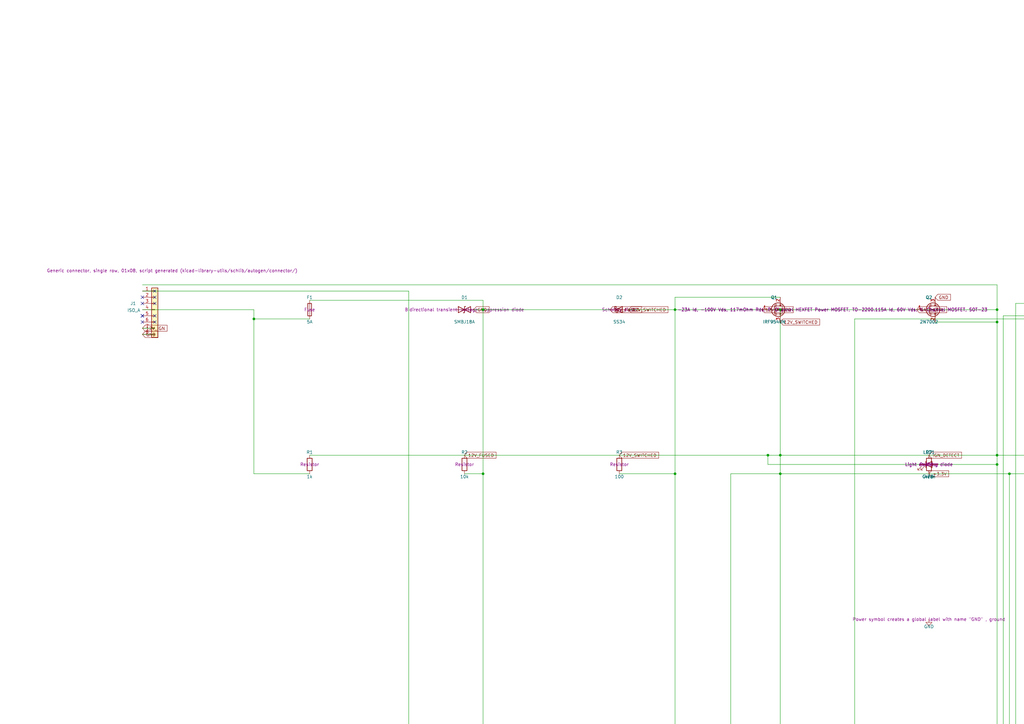
<source format=kicad_sch>
(kicad_sch (version 20250114) (generator "eeschema") (generator_version "9.0")
  (paper "A3")
  (title_block (title "WRX Power & CAN HAT") (date "2026-02-02T00:08:32.410828") (rev "1.0") (company "Auto-generated by Python"))
  (junction (at 276.86 568.96))
  (junction (at 276.86 314.96))
  (junction (at 408.94 694.69))
  (junction (at 320.04 127))
  (junction (at 408.94 186.69))
  (junction (at 568.96 317.5))
  (junction (at 734.06 821.69))
  (junction (at 408.94 132.08))
  (junction (at 477.52 194.31))
  (junction (at 734.06 764.54))
  (junction (at 411.48 693.42))
  (junction (at 487.68 711.2))
  (junction (at 401.32 574.04))
  (junction (at 104.14 130.81))
  (junction (at 408.94 309.88))
  (junction (at 734.06 767.08))
  (junction (at 487.68 523.24))
  (junction (at 421.64 129.54))
  (junction (at 299.72 505.46))
  (junction (at 401.32 575.31))
  (junction (at 408.94 567.69))
  (junction (at 447.04 384.81))
  (junction (at 408.94 127))
  (junction (at 408.94 508))
  (junction (at 571.5 320.04))
  (junction (at 167.64 511.81))
  (junction (at 487.68 377.19))
  (junction (at 408.94 711.2))
  (junction (at 408.94 377.19))
  (junction (at 411.48 515.62))
  (junction (at 355.6 515.62))
  (junction (at 698.5 765.81))
  (junction (at 505.46 675.64))
  (junction (at 236.22 377.19))
  (junction (at 487.68 384.81))
  (junction (at 408.94 317.5))
  (junction (at 487.68 502.92))
  (junction (at 601.98 568.96))
  (junction (at 276.86 194.31))
  (junction (at 566.42 571.5))
  (junction (at 401.32 702.31))
  (junction (at 276.86 702.31))
  (junction (at 408.94 754.38))
  (junction (at 236.22 320.04))
  (junction (at 408.94 716.28))
  (junction (at 378.46 571.5))
  (junction (at 401.32 384.81))
  (junction (at 487.68 702.31))
  (junction (at 401.32 718.82))
  (junction (at 276.86 127))
  (junction (at 487.68 575.31))
  (junction (at 487.68 186.69))
  (junction (at 276.86 320.04))
  (junction (at 408.94 713.74))
  (junction (at 774.7 762))
  (junction (at 299.72 575.31))
  (junction (at 314.96 186.69))
  (junction (at 408.94 698.5))
  (junction (at 320.04 194.31))
  (junction (at 195.58 317.5))
  (junction (at 416.56 520.7))
  (junction (at 411.48 575.31))
  (junction (at 408.94 190.5))
  (junction (at 421.64 124.46))
  (junction (at 198.12 127))
  (junction (at 198.12 194.31))
  (junction (at 477.52 186.69))
  (junction (at 571.5 568.96))
  (junction (at 566.42 384.81))
  (junction (at 487.68 765.81))
  (junction (at 408.94 756.92))
  (junction (at 421.64 518.16))
  (junction (at 487.68 721.36))
  (junction (at 408.94 513.08))
  (junction (at 320.04 508))
  (junction (at 355.6 511.81))
  (junction (at 414.02 194.31))
  (junction (at 474.98 317.5))
  (junction (at 320.04 186.69))
  (junction (at 401.32 721.36))
  (junction (at 734.06 758.19))
  (junction (at 421.64 525.78))
  (junction (at 421.64 695.96))
  (junction (at 401.32 568.96))
  (junction (at 487.68 194.31))
  (junction (at 487.68 504.19))
  (junction (at 195.58 314.96))
  (no_connect (at 58.42 129.54))
  (no_connect (at 13.97 617.22))
  (no_connect (at 63.5 121.92))
  (no_connect (at 63.5 119.38))
  (no_connect (at 63.5 132.08))
  (no_connect (at 63.5 129.54))
  (no_connect (at 63.5 124.46))
  (wire (pts (xy 734.06 821.69) (xy 734.06 767.08)))
  (wire (pts (xy 195.58 317.5) (xy 250.19 317.5)))
  (wire (pts (xy 439.42 515.62) (xy 411.48 515.62)))
  (wire (pts (xy 198.12 123.19) (xy 198.12 127)))
  (wire (pts (xy 408.94 698.5) (xy 408.94 694.69)))
  (wire (pts (xy 299.72 194.31) (xy 299.72 505.46)))
  (wire (pts (xy 571.5 706.12) (xy 571.5 568.96)))
  (wire (pts (xy 254 497.84) (xy 350.52 497.84)))
  (wire (pts (xy 421.64 129.54) (xy 411.48 129.54)))
  (wire (pts (xy 408.94 754.38) (xy 408.94 716.28)))
  (wire (pts (xy 408.94 309.88) (xy 408.94 317.5)))
  (wire (pts (xy 408.94 713.74) (xy 408.94 711.2)))
  (wire (pts (xy 734.06 377.19) (xy 734.06 758.19)))
  (wire (pts (xy 375.92 721.36) (xy 401.32 721.36)))
  (wire (pts (xy 421.64 695.96) (xy 447.04 695.96)))
  (wire (pts (xy 762 758.19) (xy 734.06 758.19)))
  (wire (pts (xy 320.04 194.31) (xy 414.02 194.31)))
  (wire (pts (xy 421.64 129.54) (xy 421.64 518.16)))
  (wire (pts (xy 487.68 702.31) (xy 401.32 702.31)))
  (wire (pts (xy 411.48 693.42) (xy 416.56 693.42)))
  (wire (pts (xy 254 377.19) (xy 236.22 377.19)))
  (wire (pts (xy 571.5 384.81) (xy 571.5 568.96)))
  (wire (pts (xy 381 504.19) (xy 487.68 504.19)))
  (wire (pts (xy 421.64 124.46) (xy 421.64 129.54)))
  (wire (pts (xy 408.94 127) (xy 408.94 132.08)))
  (wire (pts (xy 276.86 314.96) (xy 276.86 320.04)))
  (wire (pts (xy 195.58 321.31) (xy 195.58 317.5)))
  (wire (pts (xy 401.32 568.96) (xy 276.86 568.96)))
  (wire (pts (xy 314.96 186.69) (xy 314.96 190.5)))
  (wire (pts (xy 127 690.88) (xy 167.64 690.88)))
  (wire (pts (xy 299.72 505.46) (xy 325.12 505.46)))
  (wire (pts (xy 190.5 313.69) (xy 401.32 313.69)))
  (wire (pts (xy 820.42 764.54) (xy 734.06 764.54)))
  (wire (pts (xy 487.68 384.81) (xy 487.68 502.92)))
  (wire (pts (xy 734.06 767.08) (xy 734.06 764.54)))
  (wire (pts (xy 408.94 756.92) (xy 408.94 754.38)))
  (wire (pts (xy 388.62 716.28) (xy 408.94 716.28)))
  (wire (pts (xy 414.02 194.31) (xy 477.52 194.31)))
  (wire (pts (xy 408.94 377.19) (xy 408.94 508)))
  (wire (pts (xy 401.32 575.31) (xy 411.48 575.31)))
  (wire (pts (xy 820.42 762) (xy 774.7 762)))
  (wire (pts (xy 377.19 190.5) (xy 314.96 190.5)))
  (wire (pts (xy 401.32 575.31) (xy 401.32 574.04)))
  (wire (pts (xy 350.52 130.81) (xy 350.52 497.84)))
  (wire (pts (xy 820.42 756.92) (xy 408.94 756.92)))
  (wire (pts (xy 236.22 320.04) (xy 276.86 320.04)))
  (wire (pts (xy 601.98 568.96) (xy 571.5 568.96)))
  (wire (pts (xy 408.94 132.08) (xy 408.94 186.69)))
  (wire (pts (xy 276.86 127) (xy 276.86 194.31)))
  (wire (pts (xy 198.12 127) (xy 198.12 194.31)))
  (wire (pts (xy 355.6 515.62) (xy 411.48 515.62)))
  (wire (pts (xy 566.42 508) (xy 505.46 508)))
  (wire (pts (xy 254 515.62) (xy 355.6 515.62)))
  (wire (pts (xy 236.22 384.81) (xy 401.32 384.81)))
  (wire (pts (xy 276.86 702.31) (xy 299.72 702.31)))
  (wire (pts (xy 698.5 384.81) (xy 698.5 694.69)))
  (wire (pts (xy 355.6 511.81) (xy 355.6 515.62)))
  (wire (pts (xy 566.42 711.2) (xy 487.68 711.2)))
  (wire (pts (xy 104.14 127) (xy 104.14 130.81)))
  (wire (pts (xy 276.86 121.92) (xy 276.86 127)))
  (wire (pts (xy 58.42 134.62) (xy 63.5 134.62)))
  (wire (pts (xy 698.5 702.31) (xy 698.5 758.19)))
  (wire (pts (xy 439.42 523.24) (xy 487.68 523.24)))
  (wire (pts (xy 408.94 513.08) (xy 408.94 508)))
  (wire (pts (xy 190.5 694.69) (xy 408.94 694.69)))
  (wire (pts (xy 355.6 510.54) (xy 355.6 511.81)))
  (wire (pts (xy 574.04 502.92) (xy 601.98 502.92)))
  (wire (pts (xy 58.42 116.84) (xy 408.94 116.84)))
  (wire (pts (xy 575.31 317.5) (xy 568.96 317.5)))
  (wire (pts (xy 401.32 574.04) (xy 401.32 568.96)))
  (wire (pts (xy 571.5 320.04) (xy 566.42 320.04)))
  (wire (pts (xy 421.64 525.78) (xy 421.64 518.16)))
  (wire (pts (xy 378.46 571.5) (xy 378.46 765.81)))
  (wire (pts (xy 401.32 568.96) (xy 571.5 568.96)))
  (wire (pts (xy 320.04 194.31) (xy 320.04 508)))
  (wire (pts (xy 411.48 515.62) (xy 411.48 575.31)))
  (wire (pts (xy 375.92 695.96) (xy 421.64 695.96)))
  (wire (pts (xy 375.92 711.2) (xy 408.94 711.2)))
  (wire (pts (xy 571.5 567.69) (xy 568.96 567.69)))
  (wire (pts (xy 381 511.81) (xy 355.6 511.81)))
  (wire (pts (xy 254 194.31) (xy 276.86 194.31)))
  (wire (pts (xy 734.06 821.69) (xy 774.7 821.69)))
  (wire (pts (xy 487.68 765.81) (xy 698.5 765.81)))
  (wire (pts (xy 571.5 575.31) (xy 487.68 575.31)))
  (wire (pts (xy 505.46 829.31) (xy 505.46 675.64)))
  (wire (pts (xy 408.94 716.28) (xy 408.94 713.74)))
  (wire (pts (xy 195.58 314.96) (xy 195.58 317.5)))
  (wire (pts (xy 566.42 706.12) (xy 571.5 706.12)))
  (wire (pts (xy 566.42 384.81) (xy 566.42 571.5)))
  (wire (pts (xy 487.68 194.31) (xy 487.68 377.19)))
  (wire (pts (xy 375.92 675.64) (xy 505.46 675.64)))
  (wire (pts (xy 421.64 124.46) (xy 452.12 124.46)))
  (wire (pts (xy 444.5 384.81) (xy 447.04 384.81)))
  (wire (pts (xy 243.84 505.46) (xy 299.72 505.46)))
  (wire (pts (xy 320.04 186.69) (xy 408.94 186.69)))
  (wire (pts (xy 487.68 377.19) (xy 487.68 384.81)))
  (wire (pts (xy 820.42 754.38) (xy 408.94 754.38)))
  (wire (pts (xy 487.68 702.31) (xy 487.68 575.31)))
  (wire (pts (xy 408.94 513.08) (xy 574.04 513.08)))
  (wire (pts (xy 487.68 502.92) (xy 487.68 504.19)))
  (wire (pts (xy 635 377.19) (xy 734.06 377.19)))
  (wire (pts (xy 408.94 698.5) (xy 421.64 698.5)))
  (wire (pts (xy 568.96 317.5) (xy 568.96 567.69)))
  (wire (pts (xy 190.5 321.31) (xy 195.58 321.31)))
  (wire (pts (xy 320.04 194.31) (xy 299.72 194.31)))
  (wire (pts (xy 447.04 384.81) (xy 447.04 695.96)))
  (wire (pts (xy 566.42 320.04) (xy 566.42 384.81)))
  (wire (pts (xy 439.42 518.16) (xy 421.64 518.16)))
  (wire (pts (xy 320.04 508) (xy 408.94 508)))
  (wire (pts (xy 408.94 186.69) (xy 408.94 190.5)))
  (wire (pts (xy 508 377.19) (xy 487.68 377.19)))
  (wire (pts (xy 487.68 702.31) (xy 698.5 702.31)))
  (wire (pts (xy 401.32 702.31) (xy 401.32 575.31)))
  (wire (pts (xy 487.68 523.24) (xy 487.68 575.31)))
  (wire (pts (xy 317.5 377.19) (xy 408.94 377.19)))
  (wire (pts (xy 487.68 721.36) (xy 487.68 711.2)))
  (wire (pts (xy 127 575.31) (xy 198.12 575.31)))
  (wire (pts (xy 190.5 702.31) (xy 276.86 702.31)))
  (wire (pts (xy 571.5 384.81) (xy 566.42 384.81)))
  (wire (pts (xy 601.98 568.96) (xy 693.42 568.96)))
  (wire (pts (xy 119.38 698.5) (xy 408.94 698.5)))
  (wire (pts (xy 487.68 186.69) (xy 635 186.69)))
  (wire (pts (xy 236.22 384.81) (xy 236.22 377.19)))
  (wire (pts (xy 320.04 127) (xy 408.94 127)))
  (wire (pts (xy 762 765.81) (xy 698.5 765.81)))
  (wire (pts (xy 421.64 695.96) (xy 421.64 525.78)))
  (wire (pts (xy 195.58 314.96) (xy 276.86 314.96)))
  (wire (pts (xy 474.98 317.5) (xy 408.94 317.5)))
  (wire (pts (xy 408.94 116.84) (xy 408.94 127)))
  (wire (pts (xy 820.42 767.08) (xy 734.06 767.08)))
  (wire (pts (xy 167.64 690.88) (xy 167.64 511.81)))
  (wire (pts (xy 444.5 377.19) (xy 408.94 377.19)))
  (wire (pts (xy 474.98 317.5) (xy 504.19 317.5)))
  (wire (pts (xy 194.31 571.5) (xy 378.46 571.5)))
  (wire (pts (xy 401.32 721.36) (xy 487.68 721.36)))
  (wire (pts (xy 487.68 575.31) (xy 411.48 575.31)))
  (wire (pts (xy 401.32 721.36) (xy 401.32 718.82)))
  (wire (pts (xy 635 821.69) (xy 734.06 821.69)))
  (wire (pts (xy 299.72 702.31) (xy 299.72 575.31)))
  (wire (pts (xy 477.52 186.69) (xy 487.68 186.69)))
  (wire (pts (xy 127 130.81) (xy 104.14 130.81)))
  (wire (pts (xy 411.48 129.54) (xy 411.48 515.62)))
  (wire (pts (xy 474.98 123.19) (xy 474.98 317.5)))
  (wire (pts (xy 388.62 708.66) (xy 325.12 708.66)))
  (wire (pts (xy 408.94 317.5) (xy 408.94 377.19)))
  (wire (pts (xy 320.04 127) (xy 320.04 186.69)))
  (wire (pts (xy 317.5 511.81) (xy 167.64 511.81)))
  (wire (pts (xy 487.68 711.2) (xy 487.68 702.31)))
  (wire (pts (xy 114.3 320.04) (xy 236.22 320.04)))
  (wire (pts (xy 444.5 123.19) (xy 474.98 123.19)))
  (wire (pts (xy 276.86 702.31) (xy 276.86 568.96)))
  (wire (pts (xy 566.42 703.58) (xy 566.42 571.5)))
  (wire (pts (xy 276.86 127) (xy 320.04 127)))
  (wire (pts (xy 416.56 693.42) (xy 416.56 520.7)))
  (wire (pts (xy 421.64 698.5) (xy 421.64 695.96)))
  (wire (pts (xy 820.42 759.46) (xy 774.7 759.46)))
  (wire (pts (xy 299.72 575.31) (xy 299.72 505.46)))
  (wire (pts (xy 629.92 571.5) (xy 693.42 571.5)))
  (wire (pts (xy 257.81 127) (xy 276.86 127)))
  (wire (pts (xy 276.86 194.31) (xy 276.86 314.96)))
  (wire (pts (xy 477.52 186.69) (xy 477.52 194.31)))
  (wire (pts (xy 384.81 190.5) (xy 408.94 190.5)))
  (wire (pts (xy 487.68 504.19) (xy 487.68 523.24)))
  (wire (pts (xy 320.04 186.69) (xy 320.04 194.31)))
  (wire (pts (xy 190.5 194.31) (xy 198.12 194.31)))
  (wire (pts (xy 487.68 765.81) (xy 487.68 721.36)))
  (wire (pts (xy 693.42 574.04) (xy 401.32 574.04)))
  (wire (pts (xy 257.81 317.5) (xy 408.94 317.5)))
  (wire (pts (xy 314.96 186.69) (xy 320.04 186.69)))
  (wire (pts (xy 408.94 694.69) (xy 698.5 694.69)))
  (wire (pts (xy 58.42 137.16) (xy 63.5 137.16)))
  (wire (pts (xy 447.04 384.81) (xy 487.68 384.81)))
  (wire (pts (xy 236.22 320.04) (xy 236.22 377.19)))
  (wire (pts (xy 566.42 713.74) (xy 408.94 713.74)))
  (wire (pts (xy 487.68 194.31) (xy 635 194.31)))
  (wire (pts (xy 421.64 124.46) (xy 416.56 124.46)))
  (wire (pts (xy 198.12 127) (xy 250.19 127)))
  (wire (pts (xy 487.68 765.81) (xy 378.46 765.81)))
  (wire (pts (xy 325.12 505.46) (xy 325.12 708.66)))
  (wire (pts (xy 299.72 575.31) (xy 401.32 575.31)))
  (wire (pts (xy 320.04 121.92) (xy 276.86 121.92)))
  (wire (pts (xy 408.94 190.5) (xy 408.94 309.88)))
  (wire (pts (xy 114.3 314.96) (xy 195.58 314.96)))
  (wire (pts (xy 104.14 130.81) (xy 104.14 194.31)))
  (wire (pts (xy 408.94 567.69) (xy 408.94 513.08)))
  (wire (pts (xy 127 186.69) (xy 314.96 186.69)))
  (wire (pts (xy 194.31 127) (xy 198.12 127)))
  (wire (pts (xy 127 194.31) (xy 104.14 194.31)))
  (wire (pts (xy 401.32 384.81) (xy 401.32 568.96)))
  (wire (pts (xy 58.42 119.38) (xy 167.64 119.38)))
  (wire (pts (xy 408.94 758.19) (xy 408.94 756.92)))
  (wire (pts (xy 408.94 758.19) (xy 698.5 758.19)))
  (wire (pts (xy 411.48 693.42) (xy 411.48 575.31)))
  (wire (pts (xy 571.5 320.04) (xy 571.5 377.19)))
  (wire (pts (xy 408.94 694.69) (xy 408.94 567.69)))
  (wire (pts (xy 408.94 711.2) (xy 408.94 698.5)))
  (wire (pts (xy 127 309.88) (xy 408.94 309.88)))
  (wire (pts (xy 601.98 502.92) (xy 601.98 568.96)))
  (wire (pts (xy 383.54 132.08) (xy 408.94 132.08)))
  (wire (pts (xy 243.84 510.54) (xy 355.6 510.54)))
  (wire (pts (xy 414.02 194.31) (xy 414.02 571.5)))
  (wire (pts (xy 254 575.31) (xy 299.72 575.31)))
  (wire (pts (xy 243.84 508) (xy 320.04 508)))
  (wire (pts (xy 508 384.81) (xy 487.68 384.81)))
  (wire (pts (xy 375.92 693.42) (xy 411.48 693.42)))
  (wire (pts (xy 635 384.81) (xy 698.5 384.81)))
  (wire (pts (xy 505.46 508) (xy 505.46 675.64)))
  (wire (pts (xy 416.56 124.46) (xy 416.56 520.7)))
  (wire (pts (xy 388.62 718.82) (xy 401.32 718.82)))
  (wire (pts (xy 243.84 502.92) (xy 487.68 502.92)))
  (wire (pts (xy 378.46 571.5) (xy 414.02 571.5)))
  (wire (pts (xy 439.42 520.7) (xy 416.56 520.7)))
  (wire (pts (xy 487.68 186.69) (xy 487.68 194.31)))
  (wire (pts (xy 571.5 320.04) (xy 642.62 320.04)))
  (wire (pts (xy 487.68 194.31) (xy 477.52 194.31)))
  (wire (pts (xy 408.94 186.69) (xy 477.52 186.69)))
  (wire (pts (xy 127 123.19) (xy 198.12 123.19)))
  (wire (pts (xy 774.7 762) (xy 774.7 821.69)))
  (wire (pts (xy 502.92 571.5) (xy 566.42 571.5)))
  (wire (pts (xy 58.42 127) (xy 104.14 127)))
  (wire (pts (xy 511.81 317.5) (xy 568.96 317.5)))
  (wire (pts (xy 401.32 718.82) (xy 401.32 702.31)))
  (wire (pts (xy 401.32 313.69) (xy 401.32 384.81)))
  (wire (pts (xy 198.12 194.31) (xy 198.12 575.31)))
  (wire (pts (xy 734.06 764.54) (xy 734.06 758.19)))
  (wire (pts (xy 444.5 130.81) (xy 350.52 130.81)))
  (wire (pts (xy 276.86 320.04) (xy 276.86 568.96)))
  (wire (pts (xy 774.7 759.46) (xy 774.7 762)))
  (wire (pts (xy 167.64 119.38) (xy 167.64 511.81)))
  (wire (pts (xy 571.5 829.31) (xy 505.46 829.31)))
  (wire (pts (xy 421.64 129.54) (xy 452.12 129.54)))
  (wire (pts (xy 127 567.69) (xy 408.94 567.69)))
  (wire (pts (xy 439.42 525.78) (xy 421.64 525.78)))
  (symbol (lib_id "Device:C") (at 635 190.5 0) (unit 1)
    (property "Reference" "C10" (at 635 185.5 0))
    (property "Value" "10uF" (at 635 195.5 0))
    (property "Description" "Unpolarized capacitor" (at 635 190.5 0))
  )
  (symbol (lib_id "Device:R") (at 254 381 0) (unit 1)
    (property "Reference" "R4" (at 254 376 0))
    (property "Value" "1.5k" (at 254 386 0))
    (property "Description" "Resistor" (at 254 381 0))
  )
  (symbol (lib_id "Device:R") (at 317.5 381 0) (unit 1)
    (property "Reference" "R5" (at 317.5 376 0))
    (property "Value" "1k" (at 317.5 386 0))
    (property "Description" "Resistor" (at 317.5 381 0))
  )
  (symbol (lib_id "Device:Crystal") (at 190.5 571.5 0) (unit 1)
    (property "Reference" "Y1" (at 190.5 566.5 0))
    (property "Value" "8MHz" (at 190.5 576.5 0))
    (property "Description" "Two pin crystal" (at 190.5 571.5 0))
  )
  (symbol (lib_id "Device:C") (at 698.5 762 0) (unit 1)
    (property "Reference" "C14" (at 698.5 757 0))
    (property "Value" "2.2uF" (at 698.5 767 0))
    (property "Description" "Unpolarized capacitor" (at 698.5 762 0))
  )
  (symbol (lib_id "Connector_Generic:Conn_01x16") (at 444.5 508 0) (unit 1)
    (property "Reference" "J3" (at 444.5 503 0))
    (property "Value" "OBD-II" (at 444.5 513 0))
    (property "Description" "Generic connector, single row, 01x16, script generated (kicad-library-utils/schlib/autogen/connector/)" (at 444.5 508 0))
  )
  (symbol (lib_id "Connector_Generic:Conn_01x02") (at 635 571.5 0) (unit 1)
    (property "Reference" "J6" (at 635 566.5 0))
    (property "Value" "FAN" (at 635 576.5 0))
    (property "Description" "Generic connector, single row, 01x02, script generated (kicad-library-utils/schlib/autogen/connector/)" (at 635 571.5 0))
  )
  (symbol (lib_id "Device:R") (at 635 381 0) (unit 1)
    (property "Reference" "R16" (at 635 376 0))
    (property "Value" "470" (at 635 386 0))
    (property "Description" "Resistor" (at 635 381 0))
  )
  (symbol (lib_id "Device:R") (at 381 508 0) (unit 1)
    (property "Reference" "R8" (at 381 503 0))
    (property "Value" "120" (at 381 513 0))
    (property "Description" "Resistor" (at 381 508 0))
  )
  (symbol (lib_id "Device:C") (at 635 698.5 0) (unit 1)
    (property "Reference" "C11" (at 635 693.5 0))
    (property "Value" "1uF" (at 635 703.5 0))
    (property "Description" "Unpolarized capacitor" (at 635 698.5 0))
  )
  (symbol (lib_id "Connector:Screw_Terminal_01x02") (at 444.5 571.5 0) (unit 1)
    (property "Reference" "J4" (at 444.5 566.5 0))
    (property "Value" "CAN_Term" (at 444.5 576.5 0))
    (property "Description" "Generic screw terminal, single row, 01x02, script generated (kicad-library-utils/schlib/autogen/connector/)" (at 444.5 571.5 0))
  )
  (symbol (lib_id "Device:D_Schottky") (at 254 127 0) (unit 1)
    (property "Reference" "D2" (at 254 122 0))
    (property "Value" "SS34" (at 254 132 0))
    (property "Description" "Schottky diode" (at 254 127 0))
  )
  (symbol (lib_id "Device:C") (at 571.5 190.5 0) (unit 1)
    (property "Reference" "C8" (at 571.5 185.5 0))
    (property "Value" "100nF" (at 571.5 195.5 0))
    (property "Description" "Unpolarized capacitor" (at 571.5 190.5 0))
  )
  (symbol (lib_id "Device:C") (at 381 571.5 0) (unit 1)
    (property "Reference" "C6" (at 381 566.5 0))
    (property "Value" "22pF" (at 381 576.5 0))
    (property "Description" "Unpolarized capacitor" (at 381 571.5 0))
  )
  (symbol (lib_id "Device:C") (at 635 762 0) (unit 1)
    (property "Reference" "C12" (at 635 757 0))
    (property "Value" "2.2uF" (at 635 767 0))
    (property "Description" "Unpolarized capacitor" (at 635 762 0))
  )
  (symbol (lib_id "Device:L") (at 190.5 317.5 0) (unit 1)
    (property "Reference" "L1" (at 190.5 312.5 0))
    (property "Value" "33uH" (at 190.5 322.5 0))
    (property "Description" "Inductor" (at 190.5 317.5 0))
  )
  (symbol (lib_id "Connector_Generic:Conn_01x08") (at 63.5 127 0) (unit 1)
    (property "Reference" "J1" (at 54.61 124.46 0))
    (property "Value" "ISO_A" (at 54.864 127.254 0))
    (property "Description" "Generic connector, single row, 01x08, script generated (kicad-library-utils/schlib/autogen/connector/)" (at 70.612 110.998 0))
  )
  (symbol (lib_id "Regulator_Linear:AMS1117-3.3") (at 127 698.5 0) (unit 1)
    (property "Reference" "U2" (at 127 693.5 0))
    (property "Value" "AMS1117-3.3" (at 127 703.5 0))
    (property "Footprint" "Package_TO_SOT_SMD:SOT-223-3_TabPin2" (effects (hide yes)))
    (property "Datasheet" "http://www.advanced-monolithic.com/pdf/ds1117.pdf" (effects (hide yes)))
    (property "Description" "1A Low Dropout regulator, positive, 3.3V fixed output, SOT-223" (at 127 698.5 0))
  )
  (symbol (lib_id "Connector_Generic:Conn_02x20_Odd_Even") (at 381 698.5 0) (unit 1)
    (property "Reference" "J2" (at 381 693.5 0))
    (property "Value" "Pi_GPIO" (at 381 703.5 0))
    (property "Description" "Generic connector, double row, 02x20, odd/even pin numbering scheme (row 1 odd numbers, row 2 even numbers), script generated (kicad-library-utils/schlib/autogen/connector/)" (at 381 698.5 0))
  )
  (symbol (lib_id "Device:C") (at 254 698.5 0) (unit 1)
    (property "Reference" "C4" (at 254 693.5 0))
    (property "Value" "10uF" (at 254 703.5 0))
    (property "Description" "Unpolarized capacitor" (at 254 698.5 0))
  )
  (symbol (lib_id "Device:R") (at 571.5 825.5 0) (unit 1)
    (property "Reference" "R15" (at 571.5 820.5 0))
    (property "Value" "1k" (at 571.5 830.5 0))
    (property "Description" "Resistor" (at 571.5 825.5 0))
  )
  (symbol (lib_id "Device:C") (at 444.5 381 0) (unit 1)
    (property "Reference" "C7" (at 444.5 376 0))
    (property "Value" "100nF" (at 444.5 386 0))
    (property "Description" "Unpolarized capacitor" (at 444.5 381 0))
  )
  (symbol (lib_id "Device:R") (at 698.5 825.5 0) (unit 1)
    (property "Reference" "R18" (at 698.5 820.5 0))
    (property "Value" "1k" (at 698.5 830.5 0))
    (property "Description" "Resistor" (at 698.5 825.5 0))
  )
  (symbol (lib_id "Device:R") (at 571.5 571.5 0) (unit 1)
    (property "Reference" "R14" (at 571.5 566.5 0))
    (property "Value" "1k" (at 571.5 576.5 0))
    (property "Description" "Resistor" (at 571.5 571.5 0))
  )
  (symbol (lib_id "Connector_Generic:Conn_01x03") (at 698.5 571.5 0) (unit 1)
    (property "Reference" "JP2" (at 698.5 566.5 0))
    (property "Value" "5V/12V" (at 698.5 576.5 0))
    (property "Description" "Generic connector, single row, 01x03, script generated (kicad-library-utils/schlib/autogen/connector/)" (at 698.5 571.5 0))
  )
  (symbol (lib_id "Isolator:LTV-817S") (at 444.5 127 0) (unit 1)
    (property "Reference" "U4" (at 444.5 122 0))
    (property "Value" "LTV-817S" (at 444.5 132 0))
    (property "Footprint" "Package_DIP:SMDIP-4_W9.53mm" (effects (hide yes)))
    (property "Datasheet" "http://www.us.liteon.com/downloads/LTV-817-827-847.PDF" (effects (hide yes)))
    (property "Description" "DC Optocoupler, Vce 35V, CTR 50%, SMDIP-4" (at 444.5 127 0))
  )
  (symbol (lib_id "Device:R") (at 317.5 508 0) (unit 1)
    (property "Reference" "R6" (at 317.5 503 0))
    (property "Value" "10k" (at 317.5 513 0))
    (property "Description" "Resistor" (at 317.5 508 0))
  )
  (symbol (lib_id "Device:R") (at 508 190.5 0) (unit 1)
    (property "Reference" "R11" (at 508 185.5 0))
    (property "Value" "10k" (at 508 195.5 0))
    (property "Description" "Resistor" (at 508 190.5 0))
  )
  (symbol (lib_id "Connector_Generic:Conn_01x02") (at 508 571.5 0) (unit 1)
    (property "Reference" "JP1" (at 508 566.5 0))
    (property "Value" "Jumper" (at 508 576.5 0))
    (property "Description" "Generic connector, single row, 01x02, script generated (kicad-library-utils/schlib/autogen/connector/)" (at 508 571.5 0))
  )
  (symbol (lib_id "Device:R") (at 571.5 381 0) (unit 1)
    (property "Reference" "R13" (at 571.5 376 0))
    (property "Value" "470" (at 571.5 386 0))
    (property "Description" "Resistor" (at 571.5 381 0))
  )
  (symbol (lib_id "Device:C") (at 190.5 698.5 0) (unit 1)
    (property "Reference" "C2" (at 190.5 693.5 0))
    (property "Value" "10uF" (at 190.5 703.5 0))
    (property "Description" "Unpolarized capacitor" (at 190.5 698.5 0))
  )
  (symbol (lib_id "Device:R") (at 635 825.5 0) (unit 1)
    (property "Reference" "R17" (at 635 820.5 0))
    (property "Value" "1k" (at 635 830.5 0))
    (property "Description" "Resistor" (at 635 825.5 0))
  )
  (symbol (lib_id "Device:R") (at 444.5 127 0) (unit 1)
    (property "Reference" "R9" (at 444.5 122 0))
    (property "Value" "10k" (at 444.5 132 0))
    (property "Description" "Resistor" (at 444.5 127 0))
  )
  (symbol (lib_id "Device:D_Schottky") (at 254 317.5 0) (unit 1)
    (property "Reference" "D3" (at 254 312.5 0))
    (property "Value" "SS54" (at 254 322.5 0))
    (property "Description" "Schottky diode" (at 254 317.5 0))
  )
  (symbol (lib_id "Regulator_Switching:LM2596S-5") (at 127 317.5 0) (unit 1)
    (property "Reference" "U1" (at 127 312.5 0))
    (property "Value" "LM2596S-5.0" (at 127 322.5 0))
    (property "Footprint" "Package_TO_SOT_SMD:TO-263-5_TabPin3" (effects (hide yes)))
    (property "Datasheet" "http://www.ti.com/lit/ds/symlink/lm2596.pdf" (effects (hide yes)))
    (property "Description" "5V 3A Step-Down Voltage Regulator, TO-263" (at 127 317.5 0))
  )
  (symbol (lib_id "Device:R") (at 508 381 0) (unit 1)
    (property "Reference" "R12" (at 508 376 0))
    (property "Value" "10k" (at 508 386 0))
    (property "Description" "Resistor" (at 508 381 0))
  )
  (symbol (lib_id "Connector_Generic:Conn_01x06") (at 825.5 762 0) (unit 1)
    (property "Reference" "J7" (at 825.5 757 0))
    (property "Value" "Audio" (at 825.5 767 0))
    (property "Description" "Generic connector, single row, 01x06, script generated (kicad-library-utils/schlib/autogen/connector/)" (at 825.5 762 0))
  )
  (symbol (lib_id "Device:C") (at 571.5 762 0) (unit 1)
    (property "Reference" "C9" (at 571.5 757 0))
    (property "Value" "2.2uF" (at 571.5 767 0))
    (property "Description" "Unpolarized capacitor" (at 571.5 762 0))
  )
  (symbol (lib_id "Connector_Generic:Conn_01x16") (at 571.5 698.5 0) (unit 1)
    (property "Reference" "U5" (at 571.5 693.5 0))
    (property "Value" "PCM5142" (at 571.5 703.5 0))
    (property "Description" "Generic connector, single row, 01x16, script generated (kicad-library-utils/schlib/autogen/connector/)" (at 571.5 698.5 0))
  )
  (symbol (lib_id "Transistor_FET:2N7002") (at 381 127 0) (unit 1)
    (property "Reference" "Q2" (at 381 122 0))
    (property "Value" "2N7002" (at 381 132 0))
    (property "Footprint" "Package_TO_SOT_SMD:SOT-23" (effects (hide yes)))
    (property "Datasheet" "https://www.onsemi.com/pub/Collateral/NDS7002A-D.PDF" (effects (hide yes)))
    (property "Description" "0.115A Id, 60V Vds, N-Channel MOSFET, SOT-23" (at 381 127 0))
  )
  (symbol (lib_id "Device:LED") (at 571.5 317.5 0) (unit 1)
    (property "Reference" "LED3" (at 571.5 312.5 0))
    (property "Value" "Yellow" (at 571.5 322.5 0))
    (property "Description" "Light emitting diode" (at 571.5 317.5 0))
    (property "Sim.Pins" "1=K 2=A" (effects (hide yes)))
  )
  (symbol (lib_id "Device:C") (at 254 571.5 0) (unit 1)
    (property "Reference" "C3" (at 254 566.5 0))
    (property "Value" "100nF" (at 254 576.5 0))
    (property "Description" "Unpolarized capacitor" (at 254 571.5 0))
  )
  (symbol (lib_id "Device:R") (at 444.5 190.5 0) (unit 1)
    (property "Reference" "R10" (at 444.5 185.5 0))
    (property "Value" "1k" (at 444.5 195.5 0))
    (property "Description" "Resistor" (at 444.5 190.5 0))
  )
  (symbol (lib_id "Device:R") (at 190.5 190.5 0) (unit 1)
    (property "Reference" "R2" (at 190.5 185.5 0))
    (property "Value" "10k" (at 190.5 195.5 0))
    (property "Description" "Resistor" (at 190.5 190.5 0))
  )
  (symbol (lib_id "Device:LED") (at 508 317.5 0) (unit 1)
    (property "Reference" "LED2" (at 508 312.5 0))
    (property "Value" "Red" (at 508 322.5 0))
    (property "Description" "Light emitting diode" (at 508 317.5 0))
    (property "Sim.Pins" "1=K 2=A" (effects (hide yes)))
  )
  (symbol (lib_id "Transistor_FET:2N7002") (at 571.5 508 0) (unit 1)
    (property "Reference" "Q3" (at 571.5 503 0))
    (property "Value" "2N7002" (at 571.5 513 0))
    (property "Footprint" "Package_TO_SOT_SMD:SOT-23" (effects (hide yes)))
    (property "Datasheet" "https://www.onsemi.com/pub/Collateral/NDS7002A-D.PDF" (effects (hide yes)))
    (property "Description" "0.115A Id, 60V Vds, N-Channel MOSFET, SOT-23" (at 571.5 508 0))
  )
  (symbol (lib_id "Device:LED") (at 381 190.5 0) (unit 1)
    (property "Reference" "LED1" (at 381 185.5 0))
    (property "Value" "Green" (at 381 195.5 0))
    (property "Description" "Light emitting diode" (at 381 190.5 0))
    (property "Sim.Pins" "1=K 2=A" (effects (hide yes)))
  )
  (symbol (lib_id "Interface_CAN_LIN:SN65HVD230") (at 254 508 0) (unit 1)
    (property "Reference" "U3" (at 254 503 0))
    (property "Value" "SN65HVD230" (at 254 513 0))
    (property "Footprint" "Package_SO:SOIC-8_3.9x4.9mm_P1.27mm" (effects (hide yes)))
    (property "Datasheet" "http://www.ti.com/lit/ds/symlink/sn65hvd230.pdf" (effects (hide yes)))
    (property "Description" "CAN Bus Transceivers, 3.3V, 1Mbps, Low-Power capabilities, SOIC-8" (at 254 508 0))
  )
  (symbol (lib_id "Device:R") (at 254 190.5 0) (unit 1)
    (property "Reference" "R3" (at 254 185.5 0))
    (property "Value" "100" (at 254 195.5 0))
    (property "Description" "Resistor" (at 254 190.5 0))
  )
  (symbol (lib_id "Device:C") (at 698.5 698.5 0) (unit 1)
    (property "Reference" "C13" (at 698.5 693.5 0))
    (property "Value" "1uF" (at 698.5 703.5 0))
    (property "Description" "Unpolarized capacitor" (at 698.5 698.5 0))
  )
  (symbol (lib_id "Device:C") (at 762 762 0) (unit 1)
    (property "Reference" "C15" (at 762 757 0))
    (property "Value" "2.2uF" (at 762 767 0))
    (property "Description" "Unpolarized capacitor" (at 762 762 0))
  )
  (symbol (lib_id "Device:R") (at 381 190.5 0) (unit 1)
    (property "Reference" "R7" (at 381 185.5 0))
    (property "Value" "470" (at 381 195.5 0))
    (property "Description" "Resistor" (at 381 190.5 0))
  )
  (symbol (lib_id "Connector_Generic:Conn_02x03_Odd_Even") (at 635 317.5 0) (unit 1)
    (property "Reference" "J5" (at 635 312.5 0))
    (property "Value" "ISP" (at 635 322.5 0))
    (property "Description" "Generic connector, double row, 02x03, odd/even pin numbering scheme (row 1 odd numbers, row 2 even numbers), script generated (kicad-library-utils/schlib/autogen/connector/)" (at 635 317.5 0))
  )
  (symbol (lib_id "Device:C") (at 127 571.5 0) (unit 1)
    (property "Reference" "C1" (at 127 566.5 0))
    (property "Value" "100nF" (at 127 576.5 0))
    (property "Description" "Unpolarized capacitor" (at 127 571.5 0))
  )
  (symbol (lib_id "Device:R") (at 762 825.5 0) (unit 1)
    (property "Reference" "R19" (at 762 820.5 0))
    (property "Value" "1k" (at 762 830.5 0))
    (property "Description" "Resistor" (at 762 825.5 0))
  )
  (symbol (lib_id "Device:R") (at 127 190.5 0) (unit 1)
    (property "Reference" "R1" (at 127 185.5 0))
    (property "Value" "1k" (at 127 195.5 0))
    (property "Description" "Resistor" (at 127 190.5 0))
  )
  (symbol (lib_id "Device:D_TVS") (at 190.5 127 0) (unit 1)
    (property "Reference" "D1" (at 190.5 122 0))
    (property "Value" "SMBJ18A" (at 190.5 132 0))
    (property "Description" "Bidirectional transient-voltage-suppression diode" (at 190.5 127 0))
  )
  (symbol (lib_id "Device:Fuse") (at 127 127 0) (unit 1)
    (property "Reference" "F1" (at 127 122 0))
    (property "Value" "5A" (at 127 132 0))
    (property "Description" "Fuse" (at 127 127 0))
  )
  (symbol (lib_id "Device:C") (at 317.5 571.5 0) (unit 1)
    (property "Reference" "C5" (at 317.5 566.5 0))
    (property "Value" "22pF" (at 317.5 576.5 0))
    (property "Description" "Unpolarized capacitor" (at 317.5 571.5 0))
  )
  (symbol (lib_id "Transistor_FET:IRF9540N") (at 317.5 127 0) (unit 1)
    (property "Reference" "Q1" (at 317.5 122 0))
    (property "Value" "IRF9540N" (at 317.5 132 0))
    (property "Footprint" "Package_TO_SOT_THT:TO-220-3_Vertical" (effects (hide yes)))
    (property "Datasheet" "http://www.irf.com/product-info/datasheets/data/irf9540n.pdf" (effects (hide yes)))
    (property "Description" "-23A Id, -100V Vds, 117mOhm Rds, P-Channel HEXFET Power MOSFET, TO-220" (at 317.5 127 0))
  )
  (symbol (lib_id "power:GND") (at 381 254 0) (unit 1)
    (property "Reference" "#PWR05" (effects (hide yes)))
    (property "Value" "GND" (at 381 257 0))
    (property "Description" "Power symbol creates a global label with name \"GND\" , ground" (at 381 254 0))
  )
  (global_label "12V_IGN" (shape input) (at 58.420000 134.620000 0) (property "Intersheetrefs" "${INTERSHEET_REFS}" (effects hide)))
  (global_label "GND" (shape input) (at 58.420000 137.160000 0) (property "Intersheetrefs" "${INTERSHEET_REFS}" (effects hide)))
  (global_label "GND" (shape input) (at 194.310000 127.000000 0) (property "Intersheetrefs" "${INTERSHEET_REFS}" (effects hide)))
  (global_label "12V_FUSED" (shape input) (at 250.190000 127.000000 0) (property "Intersheetrefs" "${INTERSHEET_REFS}" (effects hide)))
  (global_label "12V_SWITCHED" (shape input) (at 257.810000 127.000000 0) (property "Intersheetrefs" "${INTERSHEET_REFS}" (effects hide)))
  (global_label "12V_FUSED" (shape input) (at 312.420000 127.000000 0) (property "Intersheetrefs" "${INTERSHEET_REFS}" (effects hide)))
  (global_label "12V_SWITCHED" (shape input) (at 320.040000 132.080000 0) (property "Intersheetrefs" "${INTERSHEET_REFS}" (effects hide)))
  (global_label "12V_FUSED" (shape input) (at 190.500000 186.690000 0) (property "Intersheetrefs" "${INTERSHEET_REFS}" (effects hide)))
  (global_label "12V_SWITCHED" (shape input) (at 254.000000 186.690000 0) (property "Intersheetrefs" "${INTERSHEET_REFS}" (effects hide)))
  (global_label "12V_SWITCHED" (shape input) (at 114.300000 314.960000 0) (property "Intersheetrefs" "${INTERSHEET_REFS}" (effects hide)))
  (global_label "U1_SW" (shape input) (at 139.700000 320.040000 0) (property "Intersheetrefs" "${INTERSHEET_REFS}" (effects hide)))
  (global_label "GND" (shape input) (at 127.000000 325.120000 0) (property "Intersheetrefs" "${INTERSHEET_REFS}" (effects hide)))
  (global_label "U1_FB" (shape input) (at 139.700000 314.960000 0) (property "Intersheetrefs" "${INTERSHEET_REFS}" (effects hide)))
  (global_label "GND" (shape input) (at 250.190000 317.500000 0) (property "Intersheetrefs" "${INTERSHEET_REFS}" (effects hide)))
  (global_label "U1_SW" (shape input) (at 257.810000 317.500000 0) (property "Intersheetrefs" "${INTERSHEET_REFS}" (effects hide)))
  (global_label "+5V" (shape input) (at 254.000000 567.690000 0) (property "Intersheetrefs" "${INTERSHEET_REFS}" (effects hide)))
  (global_label "U1_FB" (shape input) (at 254.000000 384.810000 0) (property "Intersheetrefs" "${INTERSHEET_REFS}" (effects hide)))
  (global_label "GND" (shape input) (at 317.500000 384.810000 0) (property "Intersheetrefs" "${INTERSHEET_REFS}" (effects hide)))
  (global_label "12V_IGN" (shape input) (at 127.000000 706.120000 0) (property "Intersheetrefs" "${INTERSHEET_REFS}" (effects hide)))
  (global_label "GND" (shape input) (at 134.620000 698.500000 0) (property "Intersheetrefs" "${INTERSHEET_REFS}" (effects hide)))
  (global_label "12V_IGN" (shape input) (at 317.500000 504.190000 0) (property "Intersheetrefs" "${INTERSHEET_REFS}" (effects hide)))
  (global_label "IGN_DETECT" (shape input) (at 381.000000 186.690000 0) (property "Intersheetrefs" "${INTERSHEET_REFS}" (effects hide)))
  (global_label "+3.3V" (shape input) (at 381.000000 194.310000 0) (property "Intersheetrefs" "${INTERSHEET_REFS}" (effects hide)))
  (global_label "IGN_DETECT" (shape input) (at 254.000000 694.690000 0) (property "Intersheetrefs" "${INTERSHEET_REFS}" (effects hide)))
  (global_label "GND" (shape input) (at 254.000000 702.310000 0) (property "Intersheetrefs" "${INTERSHEET_REFS}" (effects hide)))
  (global_label "IGN_DETECT" (shape input) (at 317.500000 567.690000 0) (property "Intersheetrefs" "${INTERSHEET_REFS}" (effects hide)))
  (global_label "GND" (shape input) (at 317.500000 575.310000 0) (property "Intersheetrefs" "${INTERSHEET_REFS}" (effects hide)))
  (global_label "TIMER_LED" (shape input) (at 254.000000 518.160000 0) (property "Intersheetrefs" "${INTERSHEET_REFS}" (effects hide)))
  (global_label "HEARTBEAT_LED" (shape input) (at 254.000000 500.380000 0) (property "Intersheetrefs" "${INTERSHEET_REFS}" (effects hide)))
  (global_label "GND" (shape input) (at 243.840000 508.000000 0) (property "Intersheetrefs" "${INTERSHEET_REFS}" (effects hide)))
  (global_label "IGN_DETECT" (shape input) (at 243.840000 510.540000 0) (property "Intersheetrefs" "${INTERSHEET_REFS}" (effects hide)))
  (global_label "SHUTDOWN_REQ" (shape input) (at 264.160000 510.540000 0) (property "Intersheetrefs" "${INTERSHEET_REFS}" (effects hide)))
  (global_label "GATE_CTRL" (shape input) (at 264.160000 508.000000 0) (property "Intersheetrefs" "${INTERSHEET_REFS}" (effects hide)))
  (global_label "+3.3V" (shape input) (at 243.840000 513.080000 0) (property "Intersheetrefs" "${INTERSHEET_REFS}" (effects hide)))
  (global_label "+3.3V" (shape input) (at 381.000000 567.690000 0) (property "Intersheetrefs" "${INTERSHEET_REFS}" (effects hide)))
  (global_label "GND" (shape input) (at 381.000000 575.310000 0) (property "Intersheetrefs" "${INTERSHEET_REFS}" (effects hide)))
  (global_label "LED2_ANODE" (shape input) (at 444.500000 130.810000 0) (property "Intersheetrefs" "${INTERSHEET_REFS}" (effects hide)))
  (global_label "GND" (shape input) (at 511.810000 317.500000 0) (property "Intersheetrefs" "${INTERSHEET_REFS}" (effects hide)))
  (global_label "SPI_MISO" (shape input) (at 439.420000 490.220000 0) (property "Intersheetrefs" "${INTERSHEET_REFS}" (effects hide)))
  (global_label "+3.3V" (shape input) (at 439.420000 492.760000 0) (property "Intersheetrefs" "${INTERSHEET_REFS}" (effects hide)))
  (global_label "SPI_SCLK" (shape input) (at 439.420000 495.300000 0) (property "Intersheetrefs" "${INTERSHEET_REFS}" (effects hide)))
  (global_label "SPI_MOSI" (shape input) (at 439.420000 497.840000 0) (property "Intersheetrefs" "${INTERSHEET_REFS}" (effects hide)))
  (global_label "RESET" (shape input) (at 439.420000 500.380000 0) (property "Intersheetrefs" "${INTERSHEET_REFS}" (effects hide)))
  (global_label "GND" (shape input) (at 439.420000 502.920000 0) (property "Intersheetrefs" "${INTERSHEET_REFS}" (effects hide)))
  (global_label "GATE_CTRL" (shape input) (at 375.920000 127.000000 0) (property "Intersheetrefs" "${INTERSHEET_REFS}" (effects hide)))
  (global_label "GND" (shape input) (at 383.540000 121.920000 0) (property "Intersheetrefs" "${INTERSHEET_REFS}" (effects hide)))
  (global_label "GATE_CTRL" (shape input) (at 444.500000 186.690000 0) (property "Intersheetrefs" "${INTERSHEET_REFS}" (effects hide)))
  (global_label "Q2_GATE" (shape input) (at 444.500000 194.310000 0) (property "Intersheetrefs" "${INTERSHEET_REFS}" (effects hide)))
  (global_label "Q2_GATE" (shape input) (at 508.000000 186.690000 0) (property "Intersheetrefs" "${INTERSHEET_REFS}" (effects hide)))
  (global_label "GND" (shape input) (at 508.000000 194.310000 0) (property "Intersheetrefs" "${INTERSHEET_REFS}" (effects hide)))
  (global_label "SPI_CE0" (shape input) (at 436.880000 124.460000 0) (property "Intersheetrefs" "${INTERSHEET_REFS}" (effects hide)))
  (global_label "SPI_SCLK" (shape input) (at 436.880000 129.540000 0) (property "Intersheetrefs" "${INTERSHEET_REFS}" (effects hide)))
  (global_label "CAN_TX" (shape input) (at 566.420000 680.720000 0) (property "Intersheetrefs" "${INTERSHEET_REFS}" (effects hide)))
  (global_label "GND" (shape input) (at 566.420000 683.260000 0) (property "Intersheetrefs" "${INTERSHEET_REFS}" (effects hide)))
  (global_label "+3.3V" (shape input) (at 566.420000 685.800000 0) (property "Intersheetrefs" "${INTERSHEET_REFS}" (effects hide)))
  (global_label "CAN_RX" (shape input) (at 566.420000 688.340000 0) (property "Intersheetrefs" "${INTERSHEET_REFS}" (effects hide)))
  (global_label "CANL" (shape input) (at 566.420000 690.880000 0) (property "Intersheetrefs" "${INTERSHEET_REFS}" (effects hide)))
  (global_label "CANH" (shape input) (at 566.420000 693.420000 0) (property "Intersheetrefs" "${INTERSHEET_REFS}" (effects hide)))
  (global_label "XTAL2" (shape input) (at 194.310000 571.500000 0) (property "Intersheetrefs" "${INTERSHEET_REFS}" (effects hide)))
  (global_label "+3.3V" (shape input) (at 571.500000 186.690000 0) (property "Intersheetrefs" "${INTERSHEET_REFS}" (effects hide)))
  (global_label "XTAL1" (shape input) (at 571.500000 758.190000 0) (property "Intersheetrefs" "${INTERSHEET_REFS}" (effects hide)))
  (global_label "GND" (shape input) (at 571.500000 765.810000 0) (property "Intersheetrefs" "${INTERSHEET_REFS}" (effects hide)))
  (global_label "CANH" (shape input) (at 571.500000 377.190000 0) (property "Intersheetrefs" "${INTERSHEET_REFS}" (effects hide)))
  (global_label "CANH" (shape input) (at 629.920000 314.960000 0) (property "Intersheetrefs" "${INTERSHEET_REFS}" (effects hide)))
  (global_label "CANL" (shape input) (at 642.620000 314.960000 0) (property "Intersheetrefs" "${INTERSHEET_REFS}" (effects hide)))
  (global_label "CANL" (shape input) (at 502.920000 574.040000 0) (property "Intersheetrefs" "${INTERSHEET_REFS}" (effects hide)))
  (global_label "FAN_PWM" (shape input) (at 571.500000 821.690000 0) (property "Intersheetrefs" "${INTERSHEET_REFS}" (effects hide)))
  (global_label "FAN-" (shape input) (at 629.920000 574.040000 0) (property "Intersheetrefs" "${INTERSHEET_REFS}" (effects hide)))
  (global_label "+5V" (shape input) (at 635.000000 694.690000 0) (property "Intersheetrefs" "${INTERSHEET_REFS}" (effects hide)))
  (global_label "GND" (shape input) (at 635.000000 702.310000 0) (property "Intersheetrefs" "${INTERSHEET_REFS}" (effects hide)))
  (global_label "+3.3V" (shape input) (at 635.000000 758.190000 0) (property "Intersheetrefs" "${INTERSHEET_REFS}" (effects hide)))
  (global_label "GND" (shape input) (at 635.000000 765.810000 0) (property "Intersheetrefs" "${INTERSHEET_REFS}" (effects hide)))
  (global_label "+5V" (shape input) (at 388.620000 675.640000 0) (property "Intersheetrefs" "${INTERSHEET_REFS}" (effects hide)))
  (global_label "+5V" (shape input) (at 388.620000 678.180000 0) (property "Intersheetrefs" "${INTERSHEET_REFS}" (effects hide)))
  (global_label "GND" (shape input) (at 388.620000 680.720000 0) (property "Intersheetrefs" "${INTERSHEET_REFS}" (effects hide)))
  (global_label "GND" (shape input) (at 375.920000 685.800000 0) (property "Intersheetrefs" "${INTERSHEET_REFS}" (effects hide)))
  (global_label "SPI_MOSI" (shape input) (at 375.920000 698.500000 0) (property "Intersheetrefs" "${INTERSHEET_REFS}" (effects hide)))
  (global_label "SPI_MISO" (shape input) (at 375.920000 701.040000 0) (property "Intersheetrefs" "${INTERSHEET_REFS}" (effects hide)))
  (global_label "CAN_INT" (shape input) (at 388.620000 701.040000 0) (property "Intersheetrefs" "${INTERSHEET_REFS}" (effects hide)))
  (global_label "SPI_SCLK" (shape input) (at 375.920000 703.580000 0) (property "Intersheetrefs" "${INTERSHEET_REFS}" (effects hide)))
  (global_label "SPI_CE0" (shape input) (at 388.620000 703.580000 0) (property "Intersheetrefs" "${INTERSHEET_REFS}" (effects hide)))
  (global_label "SHUTDOWN_REQ" (shape input) (at 388.620000 688.340000 0) (property "Intersheetrefs" "${INTERSHEET_REFS}" (effects hide)))
  (global_label "AUDIO_L_OUT" (shape input) (at 635.000000 829.310000 0) (property "Intersheetrefs" "${INTERSHEET_REFS}" (effects hide)))
  (global_label "AUDIO_R+" (shape input) (at 698.500000 821.690000 0) (property "Intersheetrefs" "${INTERSHEET_REFS}" (effects hide)))
  (global_label "AUDIO_R_OUT" (shape input) (at 698.500000 829.310000 0) (property "Intersheetrefs" "${INTERSHEET_REFS}" (effects hide)))
  (global_label "AUDIO_R-" (shape input) (at 762.000000 821.690000 0) (property "Intersheetrefs" "${INTERSHEET_REFS}" (effects hide)))
  (global_label "AUDIO_R_OUT" (shape input) (at 762.000000 829.310000 0) (property "Intersheetrefs" "${INTERSHEET_REFS}" (effects hide)))
  (global_label "GND" (shape input) (at 820.420000 769.620000 0) (property "Intersheetrefs" "${INTERSHEET_REFS}" (effects hide)))
  (no_connect (at 58.420000 121.920000))
  (no_connect (at 58.420000 124.460000))
  (no_connect (at 58.420000 129.540000))
  (no_connect (at 58.420000 132.080000))
  (no_connect (at 439.420000 505.460000))
  (no_connect (at 439.420000 508.000000))
  (no_connect (at 439.420000 510.540000))
  (no_connect (at 439.420000 513.080000))
  (no_connect (at 439.420000 528.320000))
  (no_connect (at 629.920000 317.500000))
  (no_connect (at 629.920000 320.040000))
  (no_connect (at 642.620000 317.500000))
  (no_connect (at 439.420000 571.500000))
  (no_connect (at 439.420000 574.040000))
  (no_connect (at 375.920000 678.180000))
  (no_connect (at 375.920000 680.720000))
  (no_connect (at 375.920000 683.260000))
  (no_connect (at 375.920000 688.340000))
  (no_connect (at 388.620000 683.260000))
  (no_connect (at 375.920000 690.880000))
  (no_connect (at 388.620000 685.800000))
  (no_connect (at 388.620000 690.880000))
  (no_connect (at 388.620000 693.420000))
  (no_connect (at 388.620000 695.960000))
  (no_connect (at 388.620000 698.500000))
  (no_connect (at 375.920000 706.120000))
  (no_connect (at 375.920000 708.660000))
  (no_connect (at 388.620000 706.120000))
  (no_connect (at 375.920000 713.740000))
  (no_connect (at 375.920000 716.280000))
  (no_connect (at 388.620000 711.200000))
  (no_connect (at 375.920000 718.820000))
  (no_connect (at 388.620000 713.740000))
  (no_connect (at 375.920000 723.900000))
  (no_connect (at 388.620000 721.360000))
  (no_connect (at 388.620000 723.900000))
  (no_connect (at 566.420000 695.960000))
  (no_connect (at 566.420000 698.500000))
  (no_connect (at 566.420000 701.040000))
  (no_connect (at 566.420000 708.660000))
  (no_connect (at 566.420000 716.280000))
  (no_connect (at 566.420000 718.820000))
)
</source>
